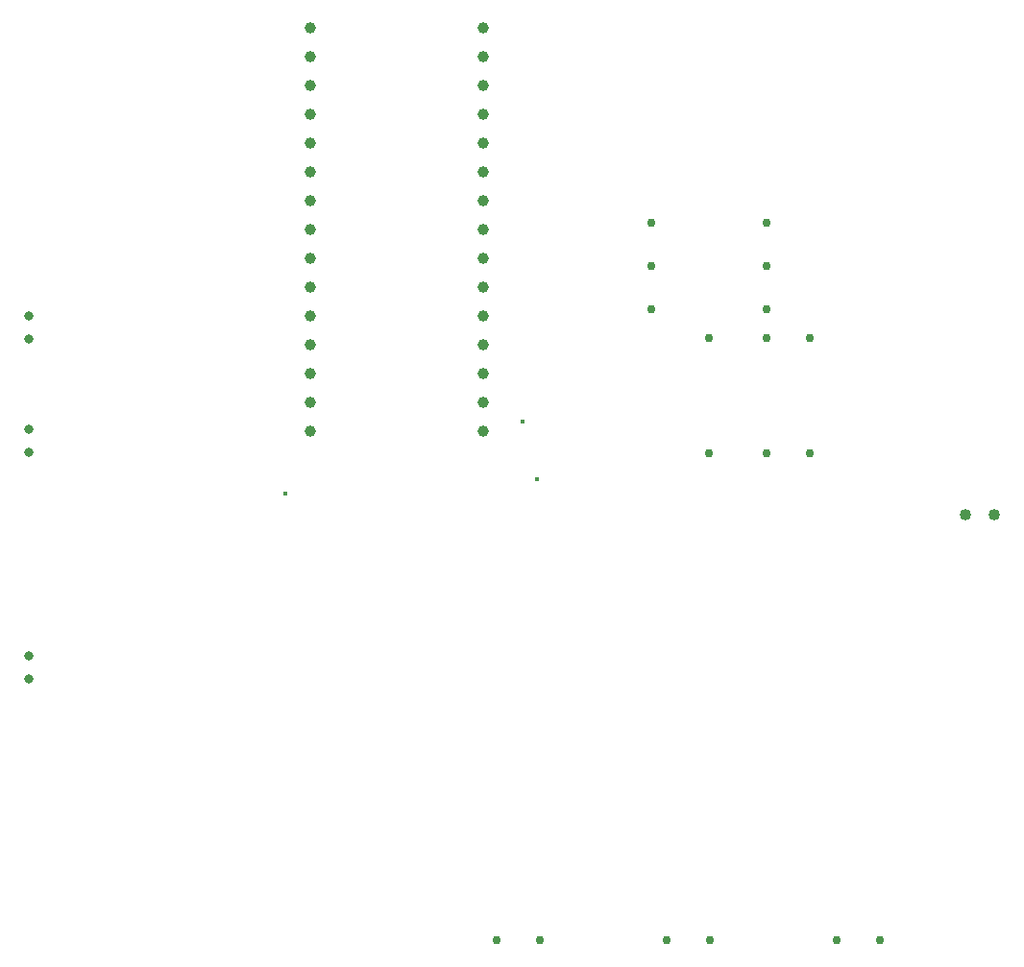
<source format=gbr>
G04 PROTEUS GERBER X2 FILE*
%TF.GenerationSoftware,Labcenter,Proteus,8.16-SP3-Build36097*%
%TF.CreationDate,2024-06-22T10:57:25+00:00*%
%TF.FileFunction,Plated,1,2,PTH*%
%TF.FilePolarity,Positive*%
%TF.Part,Single*%
%TF.SameCoordinates,{46920692-e9dd-4208-b897-880813824025}*%
%FSLAX45Y45*%
%MOMM*%
G01*
%TA.AperFunction,ViaDrill*%
%ADD31C,0.381000*%
%TA.AperFunction,ComponentDrill*%
%ADD32C,1.000000*%
%TA.AperFunction,ComponentDrill*%
%ADD33C,0.762000*%
%ADD34C,0.812800*%
%ADD35C,1.016000*%
%TD.AperFunction*%
D31*
X-19500Y+813000D03*
X-2242000Y+686000D03*
X-146500Y+1317000D03*
D32*
X-500000Y+1230000D03*
X-500000Y+1484000D03*
X-500000Y+1738000D03*
X-500000Y+1992000D03*
X-500000Y+2246000D03*
X-500000Y+2500000D03*
X-500000Y+2754000D03*
X-500000Y+3008000D03*
X-500000Y+3262000D03*
X-500000Y+3516000D03*
X-500000Y+3770000D03*
X-500000Y+4024000D03*
X-500000Y+4278000D03*
X-500000Y+4532000D03*
X-500000Y+4786000D03*
X-2024000Y+4786000D03*
X-2024000Y+4532000D03*
X-2024000Y+4278000D03*
X-2024000Y+4024000D03*
X-2024000Y+3770000D03*
X-2024000Y+3516000D03*
X-2024000Y+3262000D03*
X-2024000Y+3008000D03*
X-2024000Y+2754000D03*
X-2024000Y+2500000D03*
X-2024000Y+2246000D03*
X-2024000Y+1992000D03*
X-2024000Y+1738000D03*
X-2024000Y+1484000D03*
X-2024000Y+1230000D03*
D33*
X+3000000Y-3250000D03*
X+2619000Y-3250000D03*
X+1119000Y-3250000D03*
X+1500000Y-3250000D03*
X-381000Y-3250000D03*
X+0Y-3250000D03*
D34*
X-4500000Y-950000D03*
X-4500000Y-750000D03*
X-4500000Y+1050000D03*
X-4500000Y+1250000D03*
X-4500000Y+2050000D03*
X-4500000Y+2250000D03*
D35*
X+3750000Y+500000D03*
X+4004000Y+500000D03*
D33*
X+984000Y+2310000D03*
X+2000000Y+2310000D03*
X+2000000Y+1040000D03*
X+2000000Y+2056000D03*
X+1492000Y+1040000D03*
X+1492000Y+2056000D03*
X+984000Y+3072000D03*
X+2000000Y+3072000D03*
X+984000Y+2691000D03*
X+2000000Y+2691000D03*
X+2381000Y+1040000D03*
X+2381000Y+2056000D03*
M02*

</source>
